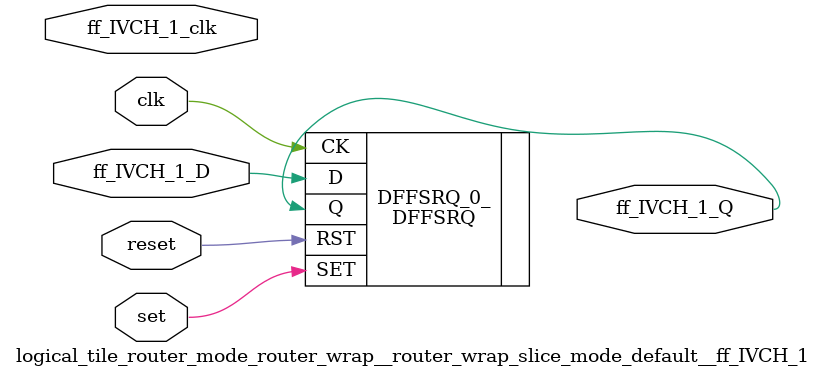
<source format=v>
`default_nettype none

module logical_tile_router_mode_router_wrap__router_wrap_slice_mode_default__ff_IVCH_1(set,
                                                                                       reset,
                                                                                       clk,
                                                                                       ff_IVCH_1_D,
                                                                                       ff_IVCH_1_Q,
                                                                                       ff_IVCH_1_clk);
//----- GLOBAL PORTS -----
input [0:0] set;
//----- GLOBAL PORTS -----
input [0:0] reset;
//----- GLOBAL PORTS -----
input [0:0] clk;
//----- INPUT PORTS -----
input [0:0] ff_IVCH_1_D;
//----- OUTPUT PORTS -----
output [0:0] ff_IVCH_1_Q;
//----- CLOCK PORTS -----
input [0:0] ff_IVCH_1_clk;

//----- BEGIN wire-connection ports -----
wire [0:0] ff_IVCH_1_D;
wire [0:0] ff_IVCH_1_Q;
wire [0:0] ff_IVCH_1_clk;
//----- END wire-connection ports -----


//----- BEGIN Registered ports -----
//----- END Registered ports -----



// ----- BEGIN Local short connections -----
// ----- END Local short connections -----
// ----- BEGIN Local output short connections -----
// ----- END Local output short connections -----

	DFFSRQ DFFSRQ_0_ (
		.SET(set),
		.RST(reset),
		.CK(clk),
		.D(ff_IVCH_1_D),
		.Q(ff_IVCH_1_Q));

endmodule
// ----- END Verilog module for logical_tile_router_mode_router_wrap__router_wrap_slice_mode_default__ff_IVCH_1 -----

//----- Default net type -----
`default_nettype wire




</source>
